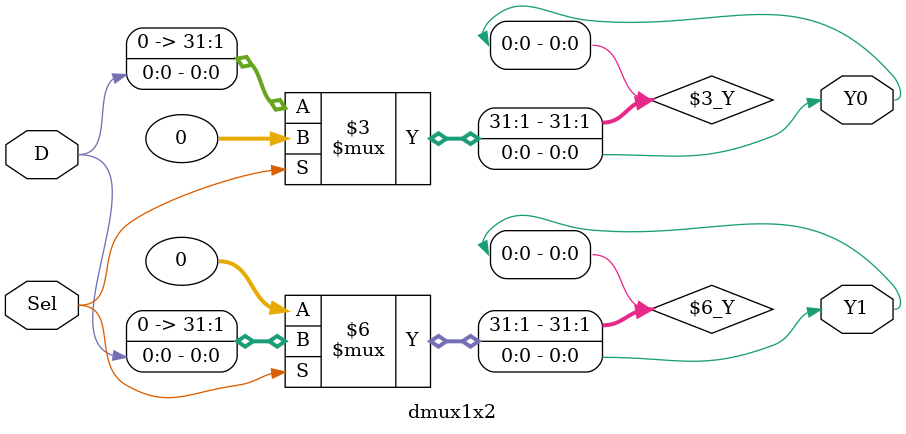
<source format=v>
module dmux1x2 (
    input D,      // Single data input
    input Sel,    // Select line
    output Y0, Y1 // Two outputs
);

assign Y0 = (Sel == 0) ? D : 0;
assign Y1 = (Sel == 1) ? D : 0;

endmodule
</source>
